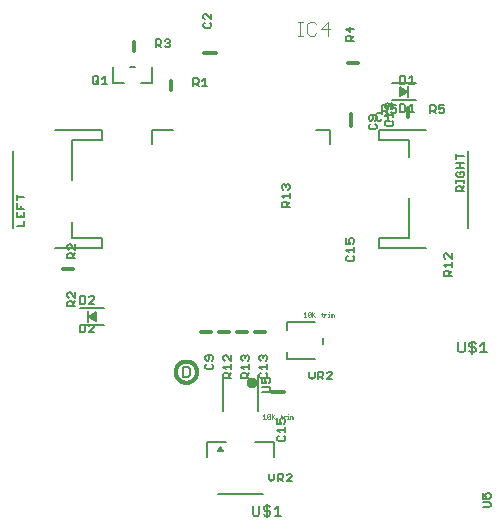
<source format=gbr>
G04 EAGLE Gerber RS-274X export*
G75*
%MOMM*%
%FSLAX34Y34*%
%LPD*%
%INSilkscreen Top*%
%IPPOS*%
%AMOC8*
5,1,8,0,0,1.08239X$1,22.5*%
G01*
%ADD10C,0.304800*%
%ADD11C,0.203200*%
%ADD12C,0.609600*%
%ADD13C,0.152400*%
%ADD14C,0.050800*%
%ADD15C,0.177800*%
%ADD16R,0.200000X1.000000*%
%ADD17C,0.101600*%

G36*
X136475Y79543D02*
X136475Y79543D01*
X136546Y79541D01*
X136616Y79560D01*
X136687Y79568D01*
X136742Y79593D01*
X136821Y79613D01*
X136924Y79674D01*
X136993Y79705D01*
X139993Y81705D01*
X140080Y81782D01*
X140170Y81855D01*
X140185Y81877D01*
X140205Y81895D01*
X140267Y81992D01*
X140334Y82087D01*
X140342Y82113D01*
X140357Y82135D01*
X140389Y82246D01*
X140427Y82356D01*
X140428Y82383D01*
X140435Y82408D01*
X140435Y82524D01*
X140441Y82640D01*
X140435Y82666D01*
X140435Y82693D01*
X140403Y82804D01*
X140377Y82917D01*
X140364Y82940D01*
X140356Y82966D01*
X140294Y83064D01*
X140238Y83165D01*
X140220Y83181D01*
X140205Y83206D01*
X139997Y83391D01*
X139993Y83395D01*
X136993Y85395D01*
X136929Y85426D01*
X136869Y85466D01*
X136801Y85487D01*
X136737Y85518D01*
X136666Y85530D01*
X136598Y85551D01*
X136527Y85553D01*
X136457Y85565D01*
X136385Y85557D01*
X136314Y85559D01*
X136245Y85541D01*
X136174Y85532D01*
X136108Y85505D01*
X136039Y85487D01*
X135978Y85450D01*
X135912Y85423D01*
X135856Y85378D01*
X135794Y85342D01*
X135745Y85290D01*
X135690Y85245D01*
X135649Y85187D01*
X135600Y85134D01*
X135567Y85071D01*
X135526Y85013D01*
X135503Y84945D01*
X135470Y84881D01*
X135460Y84822D01*
X135433Y84744D01*
X135427Y84625D01*
X135415Y84550D01*
X135415Y80550D01*
X135425Y80479D01*
X135425Y80407D01*
X135445Y80339D01*
X135455Y80269D01*
X135484Y80203D01*
X135504Y80134D01*
X135542Y80074D01*
X135571Y80009D01*
X135617Y79954D01*
X135655Y79894D01*
X135709Y79846D01*
X135755Y79792D01*
X135814Y79752D01*
X135868Y79705D01*
X135932Y79674D01*
X135991Y79635D01*
X136060Y79613D01*
X136124Y79582D01*
X136194Y79570D01*
X136262Y79549D01*
X136334Y79547D01*
X136405Y79535D01*
X136475Y79543D01*
G37*
G36*
X-123685Y-110957D02*
X-123685Y-110957D01*
X-123614Y-110959D01*
X-123545Y-110941D01*
X-123474Y-110932D01*
X-123408Y-110905D01*
X-123339Y-110887D01*
X-123278Y-110850D01*
X-123212Y-110823D01*
X-123156Y-110778D01*
X-123094Y-110742D01*
X-123045Y-110690D01*
X-122990Y-110645D01*
X-122949Y-110587D01*
X-122900Y-110534D01*
X-122867Y-110471D01*
X-122826Y-110413D01*
X-122803Y-110345D01*
X-122770Y-110281D01*
X-122760Y-110222D01*
X-122733Y-110144D01*
X-122727Y-110025D01*
X-122715Y-109950D01*
X-122715Y-105950D01*
X-122725Y-105879D01*
X-122725Y-105807D01*
X-122745Y-105739D01*
X-122755Y-105669D01*
X-122784Y-105603D01*
X-122804Y-105534D01*
X-122842Y-105474D01*
X-122871Y-105409D01*
X-122917Y-105354D01*
X-122955Y-105294D01*
X-123009Y-105246D01*
X-123055Y-105192D01*
X-123114Y-105152D01*
X-123168Y-105105D01*
X-123232Y-105074D01*
X-123291Y-105035D01*
X-123360Y-105013D01*
X-123424Y-104982D01*
X-123494Y-104970D01*
X-123562Y-104949D01*
X-123634Y-104947D01*
X-123705Y-104935D01*
X-123775Y-104943D01*
X-123846Y-104941D01*
X-123916Y-104960D01*
X-123987Y-104968D01*
X-124042Y-104993D01*
X-124121Y-105013D01*
X-124224Y-105074D01*
X-124293Y-105105D01*
X-127293Y-107105D01*
X-127380Y-107182D01*
X-127470Y-107255D01*
X-127485Y-107277D01*
X-127505Y-107295D01*
X-127567Y-107392D01*
X-127634Y-107487D01*
X-127642Y-107513D01*
X-127657Y-107535D01*
X-127689Y-107646D01*
X-127727Y-107756D01*
X-127728Y-107783D01*
X-127735Y-107808D01*
X-127735Y-107924D01*
X-127741Y-108040D01*
X-127735Y-108066D01*
X-127735Y-108093D01*
X-127703Y-108204D01*
X-127677Y-108317D01*
X-127664Y-108340D01*
X-127656Y-108366D01*
X-127594Y-108464D01*
X-127538Y-108565D01*
X-127520Y-108581D01*
X-127505Y-108606D01*
X-127297Y-108791D01*
X-127293Y-108795D01*
X-124293Y-110795D01*
X-124229Y-110826D01*
X-124169Y-110866D01*
X-124101Y-110887D01*
X-124037Y-110918D01*
X-123966Y-110930D01*
X-123898Y-110951D01*
X-123827Y-110953D01*
X-123757Y-110965D01*
X-123685Y-110957D01*
G37*
G36*
X-14484Y-222580D02*
X-14484Y-222580D01*
X-14457Y-222582D01*
X-14374Y-222560D01*
X-14289Y-222545D01*
X-14266Y-222531D01*
X-14240Y-222524D01*
X-14170Y-222474D01*
X-14096Y-222430D01*
X-14079Y-222410D01*
X-14057Y-222394D01*
X-14009Y-222323D01*
X-13955Y-222256D01*
X-13946Y-222231D01*
X-13931Y-222209D01*
X-13910Y-222125D01*
X-13883Y-222044D01*
X-13884Y-222017D01*
X-13877Y-221991D01*
X-13887Y-221905D01*
X-13889Y-221819D01*
X-13899Y-221795D01*
X-13902Y-221768D01*
X-13959Y-221648D01*
X-13974Y-221612D01*
X-13979Y-221606D01*
X-13982Y-221598D01*
X-16522Y-217788D01*
X-16576Y-217732D01*
X-16624Y-217670D01*
X-16649Y-217654D01*
X-16662Y-217640D01*
X-16667Y-217638D01*
X-16678Y-217626D01*
X-16748Y-217593D01*
X-16814Y-217551D01*
X-16849Y-217544D01*
X-16880Y-217529D01*
X-16957Y-217522D01*
X-17034Y-217506D01*
X-17069Y-217511D01*
X-17103Y-217508D01*
X-17179Y-217528D01*
X-17256Y-217540D01*
X-17273Y-217550D01*
X-17274Y-217550D01*
X-17279Y-217553D01*
X-17286Y-217557D01*
X-17320Y-217566D01*
X-17384Y-217611D01*
X-17452Y-217649D01*
X-17463Y-217662D01*
X-17467Y-217664D01*
X-17479Y-217679D01*
X-17503Y-217696D01*
X-17529Y-217735D01*
X-17578Y-217788D01*
X-20118Y-221598D01*
X-20128Y-221623D01*
X-20145Y-221644D01*
X-20173Y-221725D01*
X-20207Y-221804D01*
X-20209Y-221831D01*
X-20217Y-221856D01*
X-20215Y-221942D01*
X-20219Y-222028D01*
X-20211Y-222054D01*
X-20211Y-222081D01*
X-20178Y-222160D01*
X-20153Y-222242D01*
X-20136Y-222264D01*
X-20126Y-222288D01*
X-20068Y-222352D01*
X-20016Y-222420D01*
X-19993Y-222434D01*
X-19975Y-222454D01*
X-19898Y-222493D01*
X-19826Y-222539D01*
X-19799Y-222544D01*
X-19775Y-222557D01*
X-19645Y-222576D01*
X-19606Y-222584D01*
X-19599Y-222583D01*
X-19590Y-222584D01*
X-14510Y-222584D01*
X-14484Y-222580D01*
G37*
D10*
X-54700Y-154940D02*
X-54697Y-154720D01*
X-54689Y-154499D01*
X-54676Y-154279D01*
X-54657Y-154060D01*
X-54632Y-153841D01*
X-54603Y-153622D01*
X-54568Y-153405D01*
X-54527Y-153188D01*
X-54482Y-152972D01*
X-54431Y-152758D01*
X-54375Y-152545D01*
X-54313Y-152333D01*
X-54247Y-152123D01*
X-54175Y-151915D01*
X-54098Y-151708D01*
X-54016Y-151504D01*
X-53930Y-151301D01*
X-53838Y-151101D01*
X-53741Y-150902D01*
X-53640Y-150707D01*
X-53533Y-150514D01*
X-53422Y-150323D01*
X-53307Y-150136D01*
X-53187Y-149951D01*
X-53062Y-149769D01*
X-52933Y-149591D01*
X-52799Y-149415D01*
X-52662Y-149243D01*
X-52520Y-149075D01*
X-52374Y-148909D01*
X-52224Y-148748D01*
X-52070Y-148590D01*
X-51912Y-148436D01*
X-51751Y-148286D01*
X-51585Y-148140D01*
X-51417Y-147998D01*
X-51245Y-147861D01*
X-51069Y-147727D01*
X-50891Y-147598D01*
X-50709Y-147473D01*
X-50524Y-147353D01*
X-50337Y-147238D01*
X-50146Y-147127D01*
X-49953Y-147020D01*
X-49758Y-146919D01*
X-49559Y-146822D01*
X-49359Y-146730D01*
X-49156Y-146644D01*
X-48952Y-146562D01*
X-48745Y-146485D01*
X-48537Y-146413D01*
X-48327Y-146347D01*
X-48115Y-146285D01*
X-47902Y-146229D01*
X-47688Y-146178D01*
X-47472Y-146133D01*
X-47255Y-146092D01*
X-47038Y-146057D01*
X-46819Y-146028D01*
X-46600Y-146003D01*
X-46381Y-145984D01*
X-46161Y-145971D01*
X-45940Y-145963D01*
X-45720Y-145960D01*
X-45500Y-145963D01*
X-45279Y-145971D01*
X-45059Y-145984D01*
X-44840Y-146003D01*
X-44621Y-146028D01*
X-44402Y-146057D01*
X-44185Y-146092D01*
X-43968Y-146133D01*
X-43752Y-146178D01*
X-43538Y-146229D01*
X-43325Y-146285D01*
X-43113Y-146347D01*
X-42903Y-146413D01*
X-42695Y-146485D01*
X-42488Y-146562D01*
X-42284Y-146644D01*
X-42081Y-146730D01*
X-41881Y-146822D01*
X-41682Y-146919D01*
X-41487Y-147020D01*
X-41294Y-147127D01*
X-41103Y-147238D01*
X-40916Y-147353D01*
X-40731Y-147473D01*
X-40549Y-147598D01*
X-40371Y-147727D01*
X-40195Y-147861D01*
X-40023Y-147998D01*
X-39855Y-148140D01*
X-39689Y-148286D01*
X-39528Y-148436D01*
X-39370Y-148590D01*
X-39216Y-148748D01*
X-39066Y-148909D01*
X-38920Y-149075D01*
X-38778Y-149243D01*
X-38641Y-149415D01*
X-38507Y-149591D01*
X-38378Y-149769D01*
X-38253Y-149951D01*
X-38133Y-150136D01*
X-38018Y-150323D01*
X-37907Y-150514D01*
X-37800Y-150707D01*
X-37699Y-150902D01*
X-37602Y-151101D01*
X-37510Y-151301D01*
X-37424Y-151504D01*
X-37342Y-151708D01*
X-37265Y-151915D01*
X-37193Y-152123D01*
X-37127Y-152333D01*
X-37065Y-152545D01*
X-37009Y-152758D01*
X-36958Y-152972D01*
X-36913Y-153188D01*
X-36872Y-153405D01*
X-36837Y-153622D01*
X-36808Y-153841D01*
X-36783Y-154060D01*
X-36764Y-154279D01*
X-36751Y-154499D01*
X-36743Y-154720D01*
X-36740Y-154940D01*
X-36743Y-155160D01*
X-36751Y-155381D01*
X-36764Y-155601D01*
X-36783Y-155820D01*
X-36808Y-156039D01*
X-36837Y-156258D01*
X-36872Y-156475D01*
X-36913Y-156692D01*
X-36958Y-156908D01*
X-37009Y-157122D01*
X-37065Y-157335D01*
X-37127Y-157547D01*
X-37193Y-157757D01*
X-37265Y-157965D01*
X-37342Y-158172D01*
X-37424Y-158376D01*
X-37510Y-158579D01*
X-37602Y-158779D01*
X-37699Y-158978D01*
X-37800Y-159173D01*
X-37907Y-159366D01*
X-38018Y-159557D01*
X-38133Y-159744D01*
X-38253Y-159929D01*
X-38378Y-160111D01*
X-38507Y-160289D01*
X-38641Y-160465D01*
X-38778Y-160637D01*
X-38920Y-160805D01*
X-39066Y-160971D01*
X-39216Y-161132D01*
X-39370Y-161290D01*
X-39528Y-161444D01*
X-39689Y-161594D01*
X-39855Y-161740D01*
X-40023Y-161882D01*
X-40195Y-162019D01*
X-40371Y-162153D01*
X-40549Y-162282D01*
X-40731Y-162407D01*
X-40916Y-162527D01*
X-41103Y-162642D01*
X-41294Y-162753D01*
X-41487Y-162860D01*
X-41682Y-162961D01*
X-41881Y-163058D01*
X-42081Y-163150D01*
X-42284Y-163236D01*
X-42488Y-163318D01*
X-42695Y-163395D01*
X-42903Y-163467D01*
X-43113Y-163533D01*
X-43325Y-163595D01*
X-43538Y-163651D01*
X-43752Y-163702D01*
X-43968Y-163747D01*
X-44185Y-163788D01*
X-44402Y-163823D01*
X-44621Y-163852D01*
X-44840Y-163877D01*
X-45059Y-163896D01*
X-45279Y-163909D01*
X-45500Y-163917D01*
X-45720Y-163920D01*
X-45940Y-163917D01*
X-46161Y-163909D01*
X-46381Y-163896D01*
X-46600Y-163877D01*
X-46819Y-163852D01*
X-47038Y-163823D01*
X-47255Y-163788D01*
X-47472Y-163747D01*
X-47688Y-163702D01*
X-47902Y-163651D01*
X-48115Y-163595D01*
X-48327Y-163533D01*
X-48537Y-163467D01*
X-48745Y-163395D01*
X-48952Y-163318D01*
X-49156Y-163236D01*
X-49359Y-163150D01*
X-49559Y-163058D01*
X-49758Y-162961D01*
X-49953Y-162860D01*
X-50146Y-162753D01*
X-50337Y-162642D01*
X-50524Y-162527D01*
X-50709Y-162407D01*
X-50891Y-162282D01*
X-51069Y-162153D01*
X-51245Y-162019D01*
X-51417Y-161882D01*
X-51585Y-161740D01*
X-51751Y-161594D01*
X-51912Y-161444D01*
X-52070Y-161290D01*
X-52224Y-161132D01*
X-52374Y-160971D01*
X-52520Y-160805D01*
X-52662Y-160637D01*
X-52799Y-160465D01*
X-52933Y-160289D01*
X-53062Y-160111D01*
X-53187Y-159929D01*
X-53307Y-159744D01*
X-53422Y-159557D01*
X-53533Y-159366D01*
X-53640Y-159173D01*
X-53741Y-158978D01*
X-53838Y-158779D01*
X-53930Y-158579D01*
X-54016Y-158376D01*
X-54098Y-158172D01*
X-54175Y-157965D01*
X-54247Y-157757D01*
X-54313Y-157547D01*
X-54375Y-157335D01*
X-54431Y-157122D01*
X-54482Y-156908D01*
X-54527Y-156692D01*
X-54568Y-156475D01*
X-54603Y-156258D01*
X-54632Y-156039D01*
X-54657Y-155820D01*
X-54676Y-155601D01*
X-54689Y-155381D01*
X-54697Y-155160D01*
X-54700Y-154940D01*
D11*
X-48260Y-159004D02*
X-48260Y-150869D01*
X-48260Y-159004D02*
X-44193Y-159004D01*
X-42837Y-157648D01*
X-42837Y-152225D01*
X-44193Y-150869D01*
X-48260Y-150869D01*
X15000Y-157720D02*
X15000Y-187720D01*
X-15000Y-187720D02*
X-15000Y-157720D01*
D12*
X7800Y-163720D02*
X7802Y-163643D01*
X7808Y-163566D01*
X7818Y-163489D01*
X7832Y-163413D01*
X7849Y-163338D01*
X7871Y-163264D01*
X7896Y-163191D01*
X7926Y-163119D01*
X7958Y-163049D01*
X7995Y-162981D01*
X8034Y-162915D01*
X8077Y-162851D01*
X8124Y-162789D01*
X8173Y-162730D01*
X8226Y-162673D01*
X8281Y-162619D01*
X8339Y-162568D01*
X8400Y-162520D01*
X8463Y-162475D01*
X8528Y-162434D01*
X8595Y-162396D01*
X8664Y-162361D01*
X8735Y-162331D01*
X8807Y-162303D01*
X8881Y-162280D01*
X8955Y-162260D01*
X9031Y-162244D01*
X9107Y-162232D01*
X9184Y-162224D01*
X9261Y-162220D01*
X9339Y-162220D01*
X9416Y-162224D01*
X9493Y-162232D01*
X9569Y-162244D01*
X9645Y-162260D01*
X9719Y-162280D01*
X9793Y-162303D01*
X9865Y-162331D01*
X9936Y-162361D01*
X10005Y-162396D01*
X10072Y-162434D01*
X10137Y-162475D01*
X10200Y-162520D01*
X10261Y-162568D01*
X10319Y-162619D01*
X10374Y-162673D01*
X10427Y-162730D01*
X10476Y-162789D01*
X10523Y-162851D01*
X10566Y-162915D01*
X10605Y-162981D01*
X10642Y-163049D01*
X10674Y-163119D01*
X10704Y-163191D01*
X10729Y-163264D01*
X10751Y-163338D01*
X10768Y-163413D01*
X10782Y-163489D01*
X10792Y-163566D01*
X10798Y-163643D01*
X10800Y-163720D01*
X10798Y-163797D01*
X10792Y-163874D01*
X10782Y-163951D01*
X10768Y-164027D01*
X10751Y-164102D01*
X10729Y-164176D01*
X10704Y-164249D01*
X10674Y-164321D01*
X10642Y-164391D01*
X10605Y-164459D01*
X10566Y-164525D01*
X10523Y-164589D01*
X10476Y-164651D01*
X10427Y-164710D01*
X10374Y-164767D01*
X10319Y-164821D01*
X10261Y-164872D01*
X10200Y-164920D01*
X10137Y-164965D01*
X10072Y-165006D01*
X10005Y-165044D01*
X9936Y-165079D01*
X9865Y-165109D01*
X9793Y-165137D01*
X9719Y-165160D01*
X9645Y-165180D01*
X9569Y-165196D01*
X9493Y-165208D01*
X9416Y-165216D01*
X9339Y-165220D01*
X9261Y-165220D01*
X9184Y-165216D01*
X9107Y-165208D01*
X9031Y-165196D01*
X8955Y-165180D01*
X8881Y-165160D01*
X8807Y-165137D01*
X8735Y-165109D01*
X8664Y-165079D01*
X8595Y-165044D01*
X8528Y-165006D01*
X8463Y-164965D01*
X8400Y-164920D01*
X8339Y-164872D01*
X8281Y-164821D01*
X8226Y-164767D01*
X8173Y-164710D01*
X8124Y-164651D01*
X8077Y-164589D01*
X8034Y-164525D01*
X7995Y-164459D01*
X7958Y-164391D01*
X7926Y-164321D01*
X7896Y-164249D01*
X7871Y-164176D01*
X7849Y-164102D01*
X7832Y-164027D01*
X7818Y-163951D01*
X7808Y-163874D01*
X7802Y-163797D01*
X7800Y-163720D01*
D13*
X205226Y-269476D02*
X210734Y-269476D01*
X211836Y-268375D01*
X211836Y-266172D01*
X210734Y-265070D01*
X205226Y-265070D01*
X205226Y-261992D02*
X205226Y-257586D01*
X205226Y-261992D02*
X208531Y-261992D01*
X207430Y-259789D01*
X207430Y-258687D01*
X208531Y-257586D01*
X210734Y-257586D01*
X211836Y-258687D01*
X211836Y-260891D01*
X210734Y-261992D01*
X24044Y-171686D02*
X18536Y-171686D01*
X24044Y-171686D02*
X25146Y-170585D01*
X25146Y-168382D01*
X24044Y-167280D01*
X18536Y-167280D01*
X18536Y-164202D02*
X18536Y-159796D01*
X18536Y-164202D02*
X21841Y-164202D01*
X20740Y-161999D01*
X20740Y-160897D01*
X21841Y-159796D01*
X24044Y-159796D01*
X25146Y-160897D01*
X25146Y-163101D01*
X24044Y-164202D01*
D10*
X-9970Y-120650D02*
X-17970Y-120650D01*
D13*
X172206Y-73760D02*
X178816Y-73760D01*
X172206Y-73760D02*
X172206Y-70456D01*
X173308Y-69354D01*
X175511Y-69354D01*
X176613Y-70456D01*
X176613Y-73760D01*
X176613Y-71557D02*
X178816Y-69354D01*
X174410Y-66276D02*
X172206Y-64073D01*
X178816Y-64073D01*
X178816Y-66276D02*
X178816Y-61870D01*
X178816Y-58792D02*
X178816Y-54386D01*
X178816Y-58792D02*
X174410Y-54386D01*
X173308Y-54386D01*
X172206Y-55487D01*
X172206Y-57691D01*
X173308Y-58792D01*
X-7874Y-160120D02*
X-14484Y-160120D01*
X-14484Y-156816D01*
X-13382Y-155714D01*
X-11179Y-155714D01*
X-10077Y-156816D01*
X-10077Y-160120D01*
X-10077Y-157917D02*
X-7874Y-155714D01*
X-12280Y-152636D02*
X-14484Y-150433D01*
X-7874Y-150433D01*
X-7874Y-152636D02*
X-7874Y-148230D01*
X-7874Y-145152D02*
X-7874Y-140746D01*
X-7874Y-145152D02*
X-12280Y-140746D01*
X-13382Y-140746D01*
X-14484Y-141847D01*
X-14484Y-144051D01*
X-13382Y-145152D01*
D10*
X12510Y-120650D02*
X20510Y-120650D01*
D13*
X122676Y56544D02*
X123778Y57646D01*
X122676Y56544D02*
X122676Y54341D01*
X123778Y53240D01*
X128184Y53240D01*
X129286Y54341D01*
X129286Y56544D01*
X128184Y57646D01*
X124880Y60724D02*
X122676Y62927D01*
X129286Y62927D01*
X129286Y60724D02*
X129286Y65130D01*
X123778Y68208D02*
X122676Y69309D01*
X122676Y71513D01*
X123778Y72614D01*
X124880Y72614D01*
X125981Y71513D01*
X125981Y70411D01*
X125981Y71513D02*
X127083Y72614D01*
X128184Y72614D01*
X129286Y71513D01*
X129286Y69309D01*
X128184Y68208D01*
X17098Y-155714D02*
X15996Y-156816D01*
X15996Y-159019D01*
X17098Y-160120D01*
X21504Y-160120D01*
X22606Y-159019D01*
X22606Y-156816D01*
X21504Y-155714D01*
X18200Y-152636D02*
X15996Y-150433D01*
X22606Y-150433D01*
X22606Y-152636D02*
X22606Y-148230D01*
X17098Y-145152D02*
X15996Y-144051D01*
X15996Y-141847D01*
X17098Y-140746D01*
X18200Y-140746D01*
X19301Y-141847D01*
X19301Y-142949D01*
X19301Y-141847D02*
X20403Y-140746D01*
X21504Y-140746D01*
X22606Y-141847D01*
X22606Y-144051D01*
X21504Y-145152D01*
D10*
X-25210Y-120650D02*
X-33210Y-120650D01*
D13*
X108706Y53869D02*
X109808Y54970D01*
X108706Y53869D02*
X108706Y51665D01*
X109808Y50564D01*
X114214Y50564D01*
X115316Y51665D01*
X115316Y53869D01*
X114214Y54970D01*
X114214Y58048D02*
X115316Y59149D01*
X115316Y61353D01*
X114214Y62454D01*
X109808Y62454D01*
X108706Y61353D01*
X108706Y59149D01*
X109808Y58048D01*
X110910Y58048D01*
X112011Y59149D01*
X112011Y62454D01*
X-28622Y-148230D02*
X-29724Y-149332D01*
X-29724Y-151535D01*
X-28622Y-152636D01*
X-24216Y-152636D01*
X-23114Y-151535D01*
X-23114Y-149332D01*
X-24216Y-148230D01*
X-24216Y-145152D02*
X-23114Y-144051D01*
X-23114Y-141847D01*
X-24216Y-140746D01*
X-28622Y-140746D01*
X-29724Y-141847D01*
X-29724Y-144051D01*
X-28622Y-145152D01*
X-27520Y-145152D01*
X-26419Y-144051D01*
X-26419Y-140746D01*
D10*
X26670Y-171450D02*
X36830Y-171450D01*
D13*
X89656Y-57756D02*
X90758Y-56654D01*
X89656Y-57756D02*
X89656Y-59959D01*
X90758Y-61060D01*
X95164Y-61060D01*
X96266Y-59959D01*
X96266Y-57756D01*
X95164Y-56654D01*
X91860Y-53576D02*
X89656Y-51373D01*
X96266Y-51373D01*
X96266Y-53576D02*
X96266Y-49170D01*
X89656Y-46092D02*
X89656Y-41686D01*
X89656Y-46092D02*
X92961Y-46092D01*
X91860Y-43889D01*
X91860Y-42787D01*
X92961Y-41686D01*
X95164Y-41686D01*
X96266Y-42787D01*
X96266Y-44991D01*
X95164Y-46092D01*
X32338Y-209054D02*
X31236Y-210156D01*
X31236Y-212359D01*
X32338Y-213460D01*
X36744Y-213460D01*
X37846Y-212359D01*
X37846Y-210156D01*
X36744Y-209054D01*
X33440Y-205976D02*
X31236Y-203773D01*
X37846Y-203773D01*
X37846Y-205976D02*
X37846Y-201570D01*
X31236Y-198492D02*
X31236Y-194086D01*
X31236Y-198492D02*
X34541Y-198492D01*
X33440Y-196289D01*
X33440Y-195187D01*
X34541Y-194086D01*
X36744Y-194086D01*
X37846Y-195187D01*
X37846Y-197391D01*
X36744Y-198492D01*
D11*
X39110Y-143770D02*
X63110Y-143770D01*
X39110Y-143770D02*
X39110Y-137770D01*
X39110Y-119270D02*
X39110Y-112770D01*
X63110Y-112770D01*
X70110Y-125770D02*
X70110Y-131270D01*
D13*
X58320Y-154426D02*
X58320Y-158833D01*
X60523Y-161036D01*
X62726Y-158833D01*
X62726Y-154426D01*
X65804Y-154426D02*
X65804Y-161036D01*
X65804Y-154426D02*
X69109Y-154426D01*
X70210Y-155528D01*
X70210Y-157731D01*
X69109Y-158833D01*
X65804Y-158833D01*
X68007Y-158833D02*
X70210Y-161036D01*
X73288Y-161036D02*
X77694Y-161036D01*
X73288Y-161036D02*
X77694Y-156630D01*
X77694Y-155528D01*
X76593Y-154426D01*
X74389Y-154426D01*
X73288Y-155528D01*
X24030Y-240786D02*
X24030Y-245193D01*
X26233Y-247396D01*
X28436Y-245193D01*
X28436Y-240786D01*
X31514Y-240786D02*
X31514Y-247396D01*
X31514Y-240786D02*
X34819Y-240786D01*
X35920Y-241888D01*
X35920Y-244091D01*
X34819Y-245193D01*
X31514Y-245193D01*
X33717Y-245193D02*
X35920Y-247396D01*
X38998Y-247396D02*
X43404Y-247396D01*
X38998Y-247396D02*
X43404Y-242990D01*
X43404Y-241888D01*
X42303Y-240786D01*
X40099Y-240786D01*
X38998Y-241888D01*
D14*
X53446Y-105577D02*
X54632Y-104391D01*
X54632Y-107950D01*
X53446Y-107950D02*
X55818Y-107950D01*
X57188Y-107357D02*
X57188Y-104984D01*
X57781Y-104391D01*
X58967Y-104391D01*
X59561Y-104984D01*
X59561Y-107357D01*
X58967Y-107950D01*
X57781Y-107950D01*
X57188Y-107357D01*
X59561Y-104984D01*
X60930Y-104391D02*
X60930Y-107950D01*
X60930Y-106764D02*
X63303Y-104391D01*
X61523Y-106171D02*
X63303Y-107950D01*
X69007Y-107357D02*
X69007Y-104984D01*
X69007Y-107357D02*
X69600Y-107950D01*
X69600Y-105577D02*
X68414Y-105577D01*
X70909Y-105577D02*
X70909Y-107950D01*
X70909Y-106764D02*
X72095Y-105577D01*
X72688Y-105577D01*
X74027Y-105577D02*
X74620Y-105577D01*
X74620Y-107950D01*
X74027Y-107950D02*
X75213Y-107950D01*
X74620Y-104391D02*
X74620Y-103798D01*
X76522Y-105577D02*
X76522Y-107950D01*
X76522Y-105577D02*
X77115Y-105577D01*
X77708Y-106171D01*
X77708Y-107950D01*
X77708Y-106171D02*
X78301Y-105577D01*
X78895Y-106171D01*
X78895Y-107950D01*
X20342Y-190751D02*
X19156Y-191937D01*
X20342Y-190751D02*
X20342Y-194310D01*
X19156Y-194310D02*
X21528Y-194310D01*
X22898Y-193717D02*
X22898Y-191344D01*
X23491Y-190751D01*
X24677Y-190751D01*
X25271Y-191344D01*
X25271Y-193717D01*
X24677Y-194310D01*
X23491Y-194310D01*
X22898Y-193717D01*
X25271Y-191344D01*
X26640Y-190751D02*
X26640Y-194310D01*
X26640Y-193124D02*
X29013Y-190751D01*
X27233Y-192531D02*
X29013Y-194310D01*
X34717Y-193717D02*
X34717Y-191344D01*
X34717Y-193717D02*
X35310Y-194310D01*
X35310Y-191937D02*
X34124Y-191937D01*
X36619Y-191937D02*
X36619Y-194310D01*
X36619Y-193124D02*
X37805Y-191937D01*
X38398Y-191937D01*
X39737Y-191937D02*
X40330Y-191937D01*
X40330Y-194310D01*
X39737Y-194310D02*
X40923Y-194310D01*
X40330Y-190751D02*
X40330Y-190158D01*
X42232Y-191937D02*
X42232Y-194310D01*
X42232Y-191937D02*
X42825Y-191937D01*
X43418Y-192531D01*
X43418Y-194310D01*
X43418Y-192531D02*
X44011Y-191937D01*
X44605Y-192531D01*
X44605Y-194310D01*
D10*
X5270Y-120650D02*
X-2730Y-120650D01*
D13*
X35046Y-15340D02*
X41656Y-15340D01*
X35046Y-15340D02*
X35046Y-12036D01*
X36148Y-10934D01*
X38351Y-10934D01*
X39453Y-12036D01*
X39453Y-15340D01*
X39453Y-13137D02*
X41656Y-10934D01*
X37250Y-7856D02*
X35046Y-5653D01*
X41656Y-5653D01*
X41656Y-7856D02*
X41656Y-3450D01*
X36148Y-372D02*
X35046Y729D01*
X35046Y2933D01*
X36148Y4034D01*
X37250Y4034D01*
X38351Y2933D01*
X38351Y1831D01*
X38351Y2933D02*
X39453Y4034D01*
X40554Y4034D01*
X41656Y2933D01*
X41656Y729D01*
X40554Y-372D01*
X7366Y-160120D02*
X756Y-160120D01*
X756Y-156816D01*
X1858Y-155714D01*
X4061Y-155714D01*
X5163Y-156816D01*
X5163Y-160120D01*
X5163Y-157917D02*
X7366Y-155714D01*
X2960Y-152636D02*
X756Y-150433D01*
X7366Y-150433D01*
X7366Y-152636D02*
X7366Y-148230D01*
X1858Y-145152D02*
X756Y-144051D01*
X756Y-141847D01*
X1858Y-140746D01*
X2960Y-140746D01*
X4061Y-141847D01*
X4061Y-142949D01*
X4061Y-141847D02*
X5163Y-140746D01*
X6264Y-140746D01*
X7366Y-141847D01*
X7366Y-144051D01*
X6264Y-145152D01*
D11*
X18750Y-257795D02*
X-18750Y-257795D01*
X28125Y-226545D02*
X28125Y-214044D01*
X12500Y-214044D01*
X-12500Y-214044D02*
X-28125Y-214044D01*
X-28125Y-226545D01*
D15*
X184313Y-136613D02*
X184313Y-129622D01*
X184313Y-136613D02*
X185712Y-138011D01*
X188508Y-138011D01*
X189906Y-136613D01*
X189906Y-129622D01*
X193669Y-136613D02*
X195067Y-138011D01*
X197863Y-138011D01*
X199261Y-136613D01*
X199261Y-135215D01*
X197863Y-133816D01*
X195067Y-133816D01*
X193669Y-132418D01*
X193669Y-131020D01*
X195067Y-129622D01*
X197863Y-129622D01*
X199261Y-131020D01*
X196465Y-128224D02*
X196465Y-139409D01*
X203024Y-132418D02*
X205820Y-129622D01*
X205820Y-138011D01*
X203024Y-138011D02*
X208617Y-138011D01*
X10323Y-268052D02*
X10323Y-275043D01*
X11722Y-276441D01*
X14518Y-276441D01*
X15916Y-275043D01*
X15916Y-268052D01*
X19679Y-275043D02*
X21077Y-276441D01*
X23873Y-276441D01*
X25271Y-275043D01*
X25271Y-273645D01*
X23873Y-272246D01*
X21077Y-272246D01*
X19679Y-270848D01*
X19679Y-269450D01*
X21077Y-268052D01*
X23873Y-268052D01*
X25271Y-269450D01*
X22475Y-266654D02*
X22475Y-277839D01*
X29034Y-270848D02*
X31830Y-268052D01*
X31830Y-276441D01*
X29034Y-276441D02*
X34627Y-276441D01*
D10*
X-58420Y83630D02*
X-58420Y91630D01*
D13*
X-39878Y93732D02*
X-39878Y87122D01*
X-39878Y93732D02*
X-36573Y93732D01*
X-35472Y92630D01*
X-35472Y90427D01*
X-36573Y89325D01*
X-39878Y89325D01*
X-37675Y89325D02*
X-35472Y87122D01*
X-32394Y91528D02*
X-30191Y93732D01*
X-30191Y87122D01*
X-32394Y87122D02*
X-27987Y87122D01*
X-39878Y87122D02*
X-39878Y93732D01*
X-36573Y93732D01*
X-35472Y92630D01*
X-35472Y90427D01*
X-36573Y89325D01*
X-39878Y89325D01*
X-37675Y89325D02*
X-35472Y87122D01*
X-32394Y91528D02*
X-30191Y93732D01*
X-30191Y87122D01*
X-32394Y87122D02*
X-27987Y87122D01*
D11*
X192400Y32500D02*
X192400Y-32500D01*
X157400Y-50000D02*
X117400Y-50000D01*
X117400Y-41500D01*
X142400Y-41500D01*
X142400Y-7500D01*
X142400Y27500D02*
X142400Y41500D01*
X117400Y41500D01*
X117400Y50000D01*
X157400Y50000D01*
D13*
X182841Y-1939D02*
X189451Y-1939D01*
X182841Y-1939D02*
X182841Y1366D01*
X183943Y2467D01*
X186146Y2467D01*
X187248Y1366D01*
X187248Y-1939D01*
X187248Y264D02*
X189451Y2467D01*
X189451Y5545D02*
X189451Y7748D01*
X189451Y6647D02*
X182841Y6647D01*
X182841Y7748D02*
X182841Y5545D01*
X182841Y13839D02*
X183943Y14941D01*
X182841Y13839D02*
X182841Y11636D01*
X183943Y10535D01*
X188349Y10535D01*
X189451Y11636D01*
X189451Y13839D01*
X188349Y14941D01*
X186146Y14941D01*
X186146Y12738D01*
X189451Y18019D02*
X182841Y18019D01*
X186146Y18019D02*
X186146Y22425D01*
X182841Y22425D02*
X189451Y22425D01*
X189451Y27706D02*
X182841Y27706D01*
X182841Y25503D02*
X182841Y29909D01*
X182841Y-1939D02*
X189451Y-1939D01*
X182841Y-1939D02*
X182841Y1366D01*
X183943Y2467D01*
X186146Y2467D01*
X187248Y1366D01*
X187248Y-1939D01*
X187248Y264D02*
X189451Y2467D01*
X189451Y5545D02*
X189451Y7748D01*
X189451Y6647D02*
X182841Y6647D01*
X182841Y7748D02*
X182841Y5545D01*
X182841Y13839D02*
X183943Y14941D01*
X182841Y13839D02*
X182841Y11636D01*
X183943Y10535D01*
X188349Y10535D01*
X189451Y11636D01*
X189451Y13839D01*
X188349Y14941D01*
X186146Y14941D01*
X186146Y12738D01*
X189451Y18019D02*
X182841Y18019D01*
X186146Y18019D02*
X186146Y22425D01*
X182841Y22425D02*
X189451Y22425D01*
X189451Y27706D02*
X182841Y27706D01*
X182841Y25503D02*
X182841Y29909D01*
D10*
X142240Y60770D02*
X142240Y68770D01*
D13*
X120142Y70872D02*
X120142Y64262D01*
X120142Y70872D02*
X123447Y70872D01*
X124548Y69770D01*
X124548Y67567D01*
X123447Y66465D01*
X120142Y66465D01*
X122345Y66465D02*
X124548Y64262D01*
X127626Y70872D02*
X132033Y70872D01*
X127626Y70872D02*
X127626Y67567D01*
X129829Y68668D01*
X130931Y68668D01*
X132033Y67567D01*
X132033Y65364D01*
X130931Y64262D01*
X128728Y64262D01*
X127626Y65364D01*
X160782Y64262D02*
X160782Y70872D01*
X164087Y70872D01*
X165188Y69770D01*
X165188Y67567D01*
X164087Y66465D01*
X160782Y66465D01*
X162985Y66465D02*
X165188Y64262D01*
X168266Y70872D02*
X172673Y70872D01*
X168266Y70872D02*
X168266Y67567D01*
X170469Y68668D01*
X171571Y68668D01*
X172673Y67567D01*
X172673Y65364D01*
X171571Y64262D01*
X169368Y64262D01*
X168266Y65364D01*
D11*
X148430Y75550D02*
X128430Y75550D01*
X128430Y89550D02*
X148430Y89550D01*
X140930Y82550D02*
X134930Y78550D01*
X134930Y86550D01*
X140930Y82550D01*
D16*
X141930Y82550D03*
D13*
X135224Y89314D02*
X135224Y95924D01*
X135224Y89314D02*
X138529Y89314D01*
X139630Y90416D01*
X139630Y94822D01*
X138529Y95924D01*
X135224Y95924D01*
X142708Y93720D02*
X144911Y95924D01*
X144911Y89314D01*
X142708Y89314D02*
X147114Y89314D01*
X135224Y71794D02*
X135224Y65184D01*
X138529Y65184D01*
X139630Y66286D01*
X139630Y70692D01*
X138529Y71794D01*
X135224Y71794D01*
X142708Y69590D02*
X144911Y71794D01*
X144911Y65184D01*
X142708Y65184D02*
X147114Y65184D01*
D11*
X-192400Y32500D02*
X-192400Y-32500D01*
X-157400Y50000D02*
X-117400Y50000D01*
X-117400Y41500D01*
X-142400Y41500D01*
X-142400Y7500D01*
X-142400Y-27500D02*
X-142400Y-41500D01*
X-117400Y-41500D01*
X-117400Y-50000D01*
X-157400Y-50000D01*
D13*
X-182847Y-31463D02*
X-189457Y-31463D01*
X-182847Y-31463D02*
X-182847Y-27057D01*
X-189457Y-23979D02*
X-189457Y-19572D01*
X-189457Y-23979D02*
X-182847Y-23979D01*
X-182847Y-19572D01*
X-186152Y-21776D02*
X-186152Y-23979D01*
X-182847Y-16495D02*
X-189457Y-16495D01*
X-189457Y-12088D01*
X-186152Y-14292D02*
X-186152Y-16495D01*
X-182847Y-6807D02*
X-189457Y-6807D01*
X-189457Y-4604D02*
X-189457Y-9011D01*
X-189457Y-31463D02*
X-182847Y-31463D01*
X-182847Y-27057D01*
X-189457Y-23979D02*
X-189457Y-19572D01*
X-189457Y-23979D02*
X-182847Y-23979D01*
X-182847Y-19572D01*
X-186152Y-21776D02*
X-186152Y-23979D01*
X-182847Y-16495D02*
X-189457Y-16495D01*
X-189457Y-12088D01*
X-186152Y-14292D02*
X-186152Y-16495D01*
X-182847Y-6807D02*
X-189457Y-6807D01*
X-189457Y-4604D02*
X-189457Y-9011D01*
D10*
X-150050Y-67310D02*
X-142050Y-67310D01*
D13*
X-139954Y-58656D02*
X-146564Y-58656D01*
X-146564Y-55352D01*
X-145462Y-54250D01*
X-143259Y-54250D01*
X-142157Y-55352D01*
X-142157Y-58656D01*
X-142157Y-56453D02*
X-139954Y-54250D01*
X-139954Y-51172D02*
X-139954Y-46766D01*
X-139954Y-51172D02*
X-144360Y-46766D01*
X-145462Y-46766D01*
X-146564Y-47867D01*
X-146564Y-50071D01*
X-145462Y-51172D01*
X-146564Y-99296D02*
X-139954Y-99296D01*
X-146564Y-99296D02*
X-146564Y-95992D01*
X-145462Y-94890D01*
X-143259Y-94890D01*
X-142157Y-95992D01*
X-142157Y-99296D01*
X-142157Y-97093D02*
X-139954Y-94890D01*
X-139954Y-91812D02*
X-139954Y-87406D01*
X-139954Y-91812D02*
X-144360Y-87406D01*
X-145462Y-87406D01*
X-146564Y-88507D01*
X-146564Y-90711D01*
X-145462Y-91812D01*
D11*
X-135730Y-100950D02*
X-115730Y-100950D01*
X-115730Y-114950D02*
X-135730Y-114950D01*
X-128230Y-107950D02*
X-122230Y-103950D01*
X-122230Y-111950D01*
X-128230Y-107950D01*
D16*
X-129230Y-107950D03*
D13*
X-135968Y-114708D02*
X-135968Y-121318D01*
X-132663Y-121318D01*
X-131562Y-120216D01*
X-131562Y-115810D01*
X-132663Y-114708D01*
X-135968Y-114708D01*
X-128484Y-121318D02*
X-124077Y-121318D01*
X-124077Y-116912D02*
X-128484Y-121318D01*
X-124077Y-116912D02*
X-124077Y-115810D01*
X-125179Y-114708D01*
X-127382Y-114708D01*
X-128484Y-115810D01*
X-135968Y-97188D02*
X-135968Y-90578D01*
X-135968Y-97188D02*
X-132663Y-97188D01*
X-131562Y-96086D01*
X-131562Y-91680D01*
X-132663Y-90578D01*
X-135968Y-90578D01*
X-128484Y-97188D02*
X-124077Y-97188D01*
X-124077Y-92782D02*
X-128484Y-97188D01*
X-124077Y-92782D02*
X-124077Y-91680D01*
X-125179Y-90578D01*
X-127382Y-90578D01*
X-128484Y-91680D01*
D11*
X-74716Y89916D02*
X-74716Y103044D01*
X-74716Y89916D02*
X-84304Y89916D01*
X-108164Y89916D02*
X-108164Y103044D01*
X-108164Y89916D02*
X-98576Y89916D01*
X-93664Y103124D02*
X-89076Y103124D01*
D13*
X-124696Y94662D02*
X-124696Y90256D01*
X-124696Y94662D02*
X-123595Y95764D01*
X-121392Y95764D01*
X-120290Y94662D01*
X-120290Y90256D01*
X-121392Y89154D01*
X-123595Y89154D01*
X-124696Y90256D01*
X-122493Y91357D02*
X-120290Y89154D01*
X-117212Y93560D02*
X-115009Y95764D01*
X-115009Y89154D01*
X-117212Y89154D02*
X-112806Y89154D01*
X-124696Y90256D02*
X-124696Y94662D01*
X-123595Y95764D01*
X-121392Y95764D01*
X-120290Y94662D01*
X-120290Y90256D01*
X-121392Y89154D01*
X-123595Y89154D01*
X-124696Y90256D01*
X-122493Y91357D02*
X-120290Y89154D01*
X-117212Y93560D02*
X-115009Y95764D01*
X-115009Y89154D01*
X-117212Y89154D02*
X-112806Y89154D01*
D10*
X-90170Y116650D02*
X-90170Y124650D01*
D13*
X-71628Y126752D02*
X-71628Y120142D01*
X-71628Y126752D02*
X-68323Y126752D01*
X-67222Y125650D01*
X-67222Y123447D01*
X-68323Y122345D01*
X-71628Y122345D01*
X-69425Y122345D02*
X-67222Y120142D01*
X-64144Y125650D02*
X-63042Y126752D01*
X-60839Y126752D01*
X-59737Y125650D01*
X-59737Y124548D01*
X-60839Y123447D01*
X-61941Y123447D01*
X-60839Y123447D02*
X-59737Y122345D01*
X-59737Y121244D01*
X-60839Y120142D01*
X-63042Y120142D01*
X-64144Y121244D01*
X-71628Y120142D02*
X-71628Y126752D01*
X-68323Y126752D01*
X-67222Y125650D01*
X-67222Y123447D01*
X-68323Y122345D01*
X-71628Y122345D01*
X-69425Y122345D02*
X-67222Y120142D01*
X-64144Y125650D02*
X-63042Y126752D01*
X-60839Y126752D01*
X-59737Y125650D01*
X-59737Y124548D01*
X-60839Y123447D01*
X-61941Y123447D01*
X-60839Y123447D02*
X-59737Y122345D01*
X-59737Y121244D01*
X-60839Y120142D01*
X-63042Y120142D01*
X-64144Y121244D01*
D17*
X48768Y130048D02*
X52666Y130048D01*
X50717Y130048D02*
X50717Y141742D01*
X48768Y141742D02*
X52666Y141742D01*
X62411Y141742D02*
X64360Y139793D01*
X62411Y141742D02*
X58513Y141742D01*
X56564Y139793D01*
X56564Y131997D01*
X58513Y130048D01*
X62411Y130048D01*
X64360Y131997D01*
X74105Y130048D02*
X74105Y141742D01*
X68258Y135895D01*
X76054Y135895D01*
X52666Y130048D02*
X48768Y130048D01*
X50717Y130048D02*
X50717Y141742D01*
X48768Y141742D02*
X52666Y141742D01*
X62411Y141742D02*
X64360Y139793D01*
X62411Y141742D02*
X58513Y141742D01*
X56564Y139793D01*
X56564Y131997D01*
X58513Y130048D01*
X62411Y130048D01*
X64360Y131997D01*
X74105Y130048D02*
X74105Y141742D01*
X68258Y135895D01*
X76054Y135895D01*
D10*
X91250Y106680D02*
X99250Y106680D01*
D13*
X95758Y125222D02*
X89148Y125222D01*
X89148Y128527D01*
X90250Y129628D01*
X92453Y129628D01*
X93555Y128527D01*
X93555Y125222D01*
X93555Y127425D02*
X95758Y129628D01*
X95758Y136011D02*
X89148Y136011D01*
X92453Y132706D01*
X92453Y137113D01*
X95758Y125222D02*
X89148Y125222D01*
X89148Y128527D01*
X90250Y129628D01*
X92453Y129628D01*
X93555Y128527D01*
X93555Y125222D01*
X93555Y127425D02*
X95758Y129628D01*
X95758Y136011D02*
X89148Y136011D01*
X92453Y132706D01*
X92453Y137113D01*
D11*
X-57000Y50430D02*
X-75000Y50430D01*
X-75000Y38430D01*
X64000Y50430D02*
X76000Y50430D01*
X76000Y38430D01*
D10*
X93980Y53340D02*
X93980Y63500D01*
D13*
X118367Y64522D02*
X119468Y63420D01*
X118367Y64522D02*
X116164Y64522D01*
X115062Y63420D01*
X115062Y59014D01*
X116164Y57912D01*
X118367Y57912D01*
X119468Y59014D01*
X122546Y62318D02*
X124749Y64522D01*
X124749Y57912D01*
X122546Y57912D02*
X126953Y57912D01*
D10*
X-20320Y115570D02*
X-30480Y115570D01*
D13*
X-31502Y139957D02*
X-30400Y141058D01*
X-31502Y139957D02*
X-31502Y137754D01*
X-30400Y136652D01*
X-25994Y136652D01*
X-24892Y137754D01*
X-24892Y139957D01*
X-25994Y141058D01*
X-24892Y144136D02*
X-24892Y148543D01*
X-29298Y148543D02*
X-24892Y144136D01*
X-29298Y148543D02*
X-30400Y148543D01*
X-31502Y147441D01*
X-31502Y145238D01*
X-30400Y144136D01*
M02*

</source>
